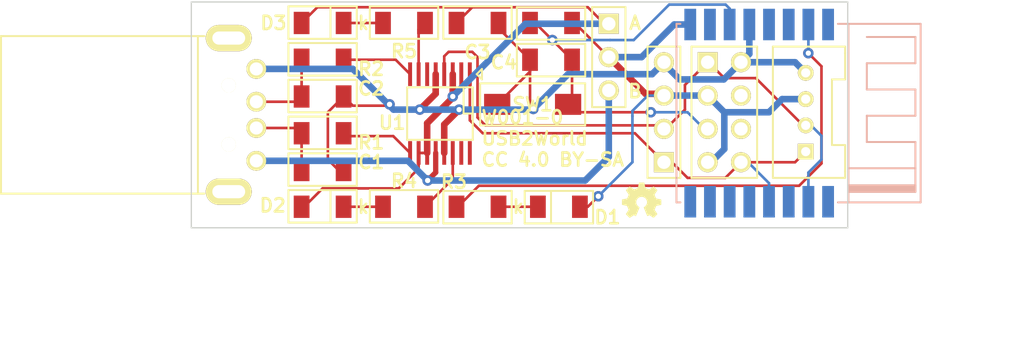
<source format=kicad_pcb>
(kicad_pcb (version 3) (host pcbnew "(2013-07-07 BZR 4022)-stable")

  (general
    (links 50)
    (no_connects 0)
    (area 113.224999 86.655226 195.399999 117.7)
    (thickness 1.6)
    (drawings 9)
    (tracks 176)
    (zones 0)
    (modules 22)
    (nets 18)
  )

  (page A4)
  (title_block 
    (title "W001-0 Dongle USB2World")
    (rev 0)
    (company "Marco Giammarini")
    (comment 1 http://www.warcomeb.it)
  )

  (layers
    (15 Rame.Fronte signal)
    (0 Rame.Retro signal)
    (16 Adesivo.Retro user)
    (17 Adesivo.Fronte user)
    (18 Pasta.Retro user)
    (19 Pasta.Fronte user)
    (20 Serigrafia.Retro user)
    (21 Serigrafia.Fronte user)
    (22 Maschera.Retro user)
    (23 Maschera.Fronte user)
    (24 Grafica user)
    (25 Commenti user)
    (26 Eco1 user)
    (27 Eco2 user)
    (28 Contorno.scheda user)
  )

  (setup
    (last_trace_width 0.2)
    (user_trace_width 0.2)
    (user_trace_width 0.3)
    (user_trace_width 0.4)
    (user_trace_width 0.5)
    (user_trace_width 0.75)
    (user_trace_width 1)
    (user_trace_width 1.5)
    (trace_clearance 0.2)
    (zone_clearance 0.508)
    (zone_45_only no)
    (trace_min 0.2)
    (segment_width 0.2)
    (edge_width 0.1)
    (via_size 0.8)
    (via_drill 0.4)
    (via_min_size 0.8)
    (via_min_drill 0.4)
    (uvia_size 0.508)
    (uvia_drill 0.127)
    (uvias_allowed no)
    (uvia_min_size 0.508)
    (uvia_min_drill 0.127)
    (pcb_text_width 0.3)
    (pcb_text_size 1.5 1.5)
    (mod_edge_width 0.15)
    (mod_text_size 1 1)
    (mod_text_width 0.15)
    (pad_size 1.524 1.524)
    (pad_drill 1.016)
    (pad_to_mask_clearance 0)
    (aux_axis_origin 0 0)
    (visible_elements 7FFFFFBF)
    (pcbplotparams
      (layerselection 2097152)
      (usegerberextensions false)
      (excludeedgelayer true)
      (linewidth 0.150000)
      (plotframeref false)
      (viasonmask false)
      (mode 1)
      (useauxorigin false)
      (hpglpennumber 1)
      (hpglpenspeed 20)
      (hpglpendiameter 15)
      (hpglpenoverlay 2)
      (psnegative false)
      (psa4output false)
      (plotreference true)
      (plotvalue true)
      (plotothertext true)
      (plotinvisibletext false)
      (padsonsilk true)
      (subtractmaskfromsilk false)
      (outputformat 5)
      (mirror false)
      (drillshape 0)
      (scaleselection 1)
      (outputdirectory "D:/Documenti - m.giammarini/Profilo/Desktop/Projects/dongleusb/"))
  )

  (net 0 "")
  (net 1 +3.3V)
  (net 2 +5V)
  (net 3 /LED_COMM)
  (net 4 /RESET)
  (net 5 /UART_RX)
  (net 6 /UART_TX)
  (net 7 /VCC)
  (net 8 GND)
  (net 9 N-0000016)
  (net 10 N-0000017)
  (net 11 N-0000018)
  (net 12 N-0000019)
  (net 13 N-0000021)
  (net 14 N-0000030)
  (net 15 N-0000031)
  (net 16 N-0000032)
  (net 17 N-0000033)

  (net_class Default "Questo è il gruppo di collegamenti predefinito"
    (clearance 0.2)
    (trace_width 0.2)
    (via_dia 0.8)
    (via_drill 0.4)
    (uvia_dia 0.508)
    (uvia_drill 0.127)
    (add_net "")
    (add_net +3.3V)
    (add_net +5V)
    (add_net /LED_COMM)
    (add_net /RESET)
    (add_net /UART_RX)
    (add_net /UART_TX)
    (add_net /VCC)
    (add_net GND)
    (add_net N-0000016)
    (add_net N-0000017)
    (add_net N-0000018)
    (add_net N-0000019)
    (add_net N-0000021)
    (add_net N-0000030)
    (add_net N-0000031)
    (add_net N-0000032)
    (add_net N-0000033)
  )

  (module W-PASSIVE-1206 (layer Rame.Fronte) (tedit 550B4EC2) (tstamp 55097740)
    (at 149.8 90)
    (descr "SMD 1206")
    (tags "1206 SM1206")
    (path /550188B1)
    (fp_text reference C3 (at 0 2.2225) (layer Serigrafia.Fronte)
      (effects (font (size 1.00076 1.00076) (thickness 0.20066)))
    )
    (fp_text value 100n (at 0 0) (layer Serigrafia.Fronte) hide
      (effects (font (size 1.00076 1.00076) (thickness 0.20066)))
    )
    (fp_line (start -2.6035 -1.27) (end 2.6035 -1.27) (layer Serigrafia.Fronte) (width 0.14986))
    (fp_line (start 2.6035 -1.27) (end 2.6035 1.2065) (layer Serigrafia.Fronte) (width 0.14986))
    (fp_line (start 2.6035 1.2065) (end -2.6035 1.2065) (layer Serigrafia.Fronte) (width 0.14986))
    (fp_line (start -2.6035 1.2065) (end -2.6035 -1.27) (layer Serigrafia.Fronte) (width 0.14986))
    (pad 1 smd rect (at -1.6 0) (size 1.2 1.7)
      (layers Rame.Fronte Pasta.Fronte Maschera.Fronte)
      (net 1 +3.3V)
    )
    (pad 2 smd rect (at 1.6 0) (size 1.2 1.7)
      (layers Rame.Fronte Pasta.Fronte Maschera.Fronte)
      (net 8 GND)
    )
  )

  (module W-PASSIVE-1206 (layer Rame.Fronte) (tedit 550B4ED0) (tstamp 5509774A)
    (at 144.2 104)
    (descr "SMD 1206")
    (tags "1206 SM1206")
    (path /55018AA6)
    (fp_text reference R4 (at 0 -1.9685) (layer Serigrafia.Fronte)
      (effects (font (size 1.00076 1.00076) (thickness 0.20066)))
    )
    (fp_text value 270 (at 0 0) (layer Serigrafia.Fronte) hide
      (effects (font (size 1.00076 1.00076) (thickness 0.20066)))
    )
    (fp_line (start -2.6035 -1.27) (end 2.6035 -1.27) (layer Serigrafia.Fronte) (width 0.14986))
    (fp_line (start 2.6035 -1.27) (end 2.6035 1.2065) (layer Serigrafia.Fronte) (width 0.14986))
    (fp_line (start 2.6035 1.2065) (end -2.6035 1.2065) (layer Serigrafia.Fronte) (width 0.14986))
    (fp_line (start -2.6035 1.2065) (end -2.6035 -1.27) (layer Serigrafia.Fronte) (width 0.14986))
    (pad 1 smd rect (at -1.6 0) (size 1.2 1.7)
      (layers Rame.Fronte Pasta.Fronte Maschera.Fronte)
      (net 12 N-0000019)
    )
    (pad 2 smd rect (at 1.6 0) (size 1.2 1.7)
      (layers Rame.Fronte Pasta.Fronte Maschera.Fronte)
      (net 11 N-0000018)
    )
  )

  (module W-PASSIVE-1206 (layer Rame.Fronte) (tedit 550B4EBA) (tstamp 55097754)
    (at 144.2 90)
    (descr "SMD 1206")
    (tags "1206 SM1206")
    (path /55018AB5)
    (fp_text reference R5 (at 0 2.159) (layer Serigrafia.Fronte)
      (effects (font (size 1.00076 1.00076) (thickness 0.20066)))
    )
    (fp_text value 270 (at 0 0) (layer Serigrafia.Fronte) hide
      (effects (font (size 1.00076 1.00076) (thickness 0.20066)))
    )
    (fp_line (start -2.6035 -1.27) (end 2.6035 -1.27) (layer Serigrafia.Fronte) (width 0.14986))
    (fp_line (start 2.6035 -1.27) (end 2.6035 1.2065) (layer Serigrafia.Fronte) (width 0.14986))
    (fp_line (start 2.6035 1.2065) (end -2.6035 1.2065) (layer Serigrafia.Fronte) (width 0.14986))
    (fp_line (start -2.6035 1.2065) (end -2.6035 -1.27) (layer Serigrafia.Fronte) (width 0.14986))
    (pad 1 smd rect (at -1.6 0) (size 1.2 1.7)
      (layers Rame.Fronte Pasta.Fronte Maschera.Fronte)
      (net 13 N-0000021)
    )
    (pad 2 smd rect (at 1.6 0) (size 1.2 1.7)
      (layers Rame.Fronte Pasta.Fronte Maschera.Fronte)
      (net 10 N-0000017)
    )
  )

  (module W-PASSIVE-1206 (layer Rame.Fronte) (tedit 5511E712) (tstamp 5509775E)
    (at 138 98.4)
    (descr "SMD 1206")
    (tags "1206 SM1206")
    (path /55018B6B)
    (fp_text reference R1 (at 3.7 0.7) (layer Serigrafia.Fronte)
      (effects (font (size 1.00076 1.00076) (thickness 0.20066)))
    )
    (fp_text value 27 (at 0 0) (layer Serigrafia.Fronte) hide
      (effects (font (size 1.00076 1.00076) (thickness 0.20066)))
    )
    (fp_line (start -2.6035 -1.27) (end 2.6035 -1.27) (layer Serigrafia.Fronte) (width 0.14986))
    (fp_line (start 2.6035 -1.27) (end 2.6035 1.2065) (layer Serigrafia.Fronte) (width 0.14986))
    (fp_line (start 2.6035 1.2065) (end -2.6035 1.2065) (layer Serigrafia.Fronte) (width 0.14986))
    (fp_line (start -2.6035 1.2065) (end -2.6035 -1.27) (layer Serigrafia.Fronte) (width 0.14986))
    (pad 1 smd rect (at -1.6 0) (size 1.2 1.7)
      (layers Rame.Fronte Pasta.Fronte Maschera.Fronte)
      (net 17 N-0000033)
    )
    (pad 2 smd rect (at 1.6 0) (size 1.2 1.7)
      (layers Rame.Fronte Pasta.Fronte Maschera.Fronte)
      (net 15 N-0000031)
    )
  )

  (module W-PASSIVE-1206 (layer Rame.Fronte) (tedit 5511E73F) (tstamp 55097768)
    (at 138 92.8)
    (descr "SMD 1206")
    (tags "1206 SM1206")
    (path /55018B7A)
    (fp_text reference R2 (at 3.7 0.7) (layer Serigrafia.Fronte)
      (effects (font (size 1.00076 1.00076) (thickness 0.20066)))
    )
    (fp_text value 27 (at 0 0) (layer Serigrafia.Fronte) hide
      (effects (font (size 1.00076 1.00076) (thickness 0.20066)))
    )
    (fp_line (start -2.6035 -1.27) (end 2.6035 -1.27) (layer Serigrafia.Fronte) (width 0.14986))
    (fp_line (start 2.6035 -1.27) (end 2.6035 1.2065) (layer Serigrafia.Fronte) (width 0.14986))
    (fp_line (start 2.6035 1.2065) (end -2.6035 1.2065) (layer Serigrafia.Fronte) (width 0.14986))
    (fp_line (start -2.6035 1.2065) (end -2.6035 -1.27) (layer Serigrafia.Fronte) (width 0.14986))
    (pad 1 smd rect (at -1.6 0) (size 1.2 1.7)
      (layers Rame.Fronte Pasta.Fronte Maschera.Fronte)
      (net 14 N-0000030)
    )
    (pad 2 smd rect (at 1.6 0) (size 1.2 1.7)
      (layers Rame.Fronte Pasta.Fronte Maschera.Fronte)
      (net 16 N-0000032)
    )
  )

  (module W-PASSIVE-1206 (layer Rame.Fronte) (tedit 5511E70C) (tstamp 55097772)
    (at 138 101.2)
    (descr "SMD 1206")
    (tags "1206 SM1206")
    (path /55018C69)
    (fp_text reference C1 (at 3.7 -0.6) (layer Serigrafia.Fronte)
      (effects (font (size 1.00076 1.00076) (thickness 0.20066)))
    )
    (fp_text value 47p (at 0 0) (layer Serigrafia.Fronte) hide
      (effects (font (size 1.00076 1.00076) (thickness 0.20066)))
    )
    (fp_line (start -2.6035 -1.27) (end 2.6035 -1.27) (layer Serigrafia.Fronte) (width 0.14986))
    (fp_line (start 2.6035 -1.27) (end 2.6035 1.2065) (layer Serigrafia.Fronte) (width 0.14986))
    (fp_line (start 2.6035 1.2065) (end -2.6035 1.2065) (layer Serigrafia.Fronte) (width 0.14986))
    (fp_line (start -2.6035 1.2065) (end -2.6035 -1.27) (layer Serigrafia.Fronte) (width 0.14986))
    (pad 1 smd rect (at -1.6 0) (size 1.2 1.7)
      (layers Rame.Fronte Pasta.Fronte Maschera.Fronte)
      (net 17 N-0000033)
    )
    (pad 2 smd rect (at 1.6 0) (size 1.2 1.7)
      (layers Rame.Fronte Pasta.Fronte Maschera.Fronte)
      (net 8 GND)
    )
  )

  (module W-PASSIVE-1206 (layer Rame.Fronte) (tedit 5511E739) (tstamp 5509777C)
    (at 138 95.6)
    (descr "SMD 1206")
    (tags "1206 SM1206")
    (path /55018C6F)
    (fp_text reference C2 (at 3.7 -0.6) (layer Serigrafia.Fronte)
      (effects (font (size 1.00076 1.00076) (thickness 0.20066)))
    )
    (fp_text value 47p (at 0 0) (layer Serigrafia.Fronte) hide
      (effects (font (size 1.00076 1.00076) (thickness 0.20066)))
    )
    (fp_line (start -2.6035 -1.27) (end 2.6035 -1.27) (layer Serigrafia.Fronte) (width 0.14986))
    (fp_line (start 2.6035 -1.27) (end 2.6035 1.2065) (layer Serigrafia.Fronte) (width 0.14986))
    (fp_line (start 2.6035 1.2065) (end -2.6035 1.2065) (layer Serigrafia.Fronte) (width 0.14986))
    (fp_line (start -2.6035 1.2065) (end -2.6035 -1.27) (layer Serigrafia.Fronte) (width 0.14986))
    (pad 1 smd rect (at -1.6 0) (size 1.2 1.7)
      (layers Rame.Fronte Pasta.Fronte Maschera.Fronte)
      (net 14 N-0000030)
    )
    (pad 2 smd rect (at 1.6 0) (size 1.2 1.7)
      (layers Rame.Fronte Pasta.Fronte Maschera.Fronte)
      (net 8 GND)
    )
  )

  (module W-PASSIVE-1206 (layer Rame.Fronte) (tedit 5511E7B8) (tstamp 55097786)
    (at 155.4 90 180)
    (descr "SMD 1206")
    (tags "1206 SM1206")
    (path /5509771B)
    (fp_text reference R6 (at -8.2 0.6 180) (layer Serigrafia.Fronte) hide
      (effects (font (size 1.00076 1.00076) (thickness 0.20066)))
    )
    (fp_text value 270 (at 0 0 180) (layer Serigrafia.Fronte) hide
      (effects (font (size 1.00076 1.00076) (thickness 0.20066)))
    )
    (fp_line (start -2.6035 -1.27) (end 2.6035 -1.27) (layer Serigrafia.Fronte) (width 0.14986))
    (fp_line (start 2.6035 -1.27) (end 2.6035 1.2065) (layer Serigrafia.Fronte) (width 0.14986))
    (fp_line (start 2.6035 1.2065) (end -2.6035 1.2065) (layer Serigrafia.Fronte) (width 0.14986))
    (fp_line (start -2.6035 1.2065) (end -2.6035 -1.27) (layer Serigrafia.Fronte) (width 0.14986))
    (pad 1 smd rect (at -1.6 0 180) (size 1.2 1.7)
      (layers Rame.Fronte Pasta.Fronte Maschera.Fronte)
      (net 7 /VCC)
    )
    (pad 2 smd rect (at 1.6 0 180) (size 1.2 1.7)
      (layers Rame.Fronte Pasta.Fronte Maschera.Fronte)
      (net 4 /RESET)
    )
  )

  (module W-PASSIVE-1206 (layer Rame.Fronte) (tedit 55100D0F) (tstamp 55097790)
    (at 155.4 92.8 180)
    (descr "SMD 1206")
    (tags "1206 SM1206")
    (path /550976BD)
    (fp_text reference C4 (at 3.6 -0.2 180) (layer Serigrafia.Fronte)
      (effects (font (size 1.00076 1.00076) (thickness 0.20066)))
    )
    (fp_text value 100n (at 0 0 180) (layer Serigrafia.Fronte) hide
      (effects (font (size 1.00076 1.00076) (thickness 0.20066)))
    )
    (fp_line (start -2.6035 -1.27) (end 2.6035 -1.27) (layer Serigrafia.Fronte) (width 0.14986))
    (fp_line (start 2.6035 -1.27) (end 2.6035 1.2065) (layer Serigrafia.Fronte) (width 0.14986))
    (fp_line (start 2.6035 1.2065) (end -2.6035 1.2065) (layer Serigrafia.Fronte) (width 0.14986))
    (fp_line (start -2.6035 1.2065) (end -2.6035 -1.27) (layer Serigrafia.Fronte) (width 0.14986))
    (pad 1 smd rect (at -1.6 0 180) (size 1.2 1.7)
      (layers Rame.Fronte Pasta.Fronte Maschera.Fronte)
      (net 4 /RESET)
    )
    (pad 2 smd rect (at 1.6 0 180) (size 1.2 1.7)
      (layers Rame.Fronte Pasta.Fronte Maschera.Fronte)
      (net 8 GND)
    )
  )

  (module W-PASSIVE-1206 (layer Rame.Fronte) (tedit 5511E7DF) (tstamp 5509779A)
    (at 149.8 104 180)
    (descr "SMD 1206")
    (tags "1206 SM1206")
    (path /5509765B)
    (fp_text reference R3 (at 1.8 1.9 180) (layer Serigrafia.Fronte)
      (effects (font (size 1.00076 1.00076) (thickness 0.20066)))
    )
    (fp_text value 270 (at 0 0 180) (layer Serigrafia.Fronte) hide
      (effects (font (size 1.00076 1.00076) (thickness 0.20066)))
    )
    (fp_line (start -2.6035 -1.27) (end 2.6035 -1.27) (layer Serigrafia.Fronte) (width 0.14986))
    (fp_line (start 2.6035 -1.27) (end 2.6035 1.2065) (layer Serigrafia.Fronte) (width 0.14986))
    (fp_line (start 2.6035 1.2065) (end -2.6035 1.2065) (layer Serigrafia.Fronte) (width 0.14986))
    (fp_line (start -2.6035 1.2065) (end -2.6035 -1.27) (layer Serigrafia.Fronte) (width 0.14986))
    (pad 1 smd rect (at -1.6 0 180) (size 1.2 1.7)
      (layers Rame.Fronte Pasta.Fronte Maschera.Fronte)
      (net 9 N-0000016)
    )
    (pad 2 smd rect (at 1.6 0 180) (size 1.2 1.7)
      (layers Rame.Fronte Pasta.Fronte Maschera.Fronte)
      (net 3 /LED_COMM)
    )
  )

  (module W-CONN-4x1-JST (layer Rame.Fronte) (tedit 5511E6EA) (tstamp 550977AC)
    (at 174.8 96.8 90)
    (path /55018E18)
    (fp_text reference P7 (at 0 -3.5 90) (layer Serigrafia.Fronte) hide
      (effects (font (size 1 1) (thickness 0.2)))
    )
    (fp_text value UART_GROVE (at 0 4 90) (layer Serigrafia.Fronte) hide
      (effects (font (size 1 1) (thickness 0.2)))
    )
    (fp_line (start 2.5 2) (end 2.5 3) (layer Serigrafia.Fronte) (width 0.14986))
    (fp_line (start -2.5 3) (end -2.5 2) (layer Serigrafia.Fronte) (width 0.14986))
    (fp_line (start 4.5 3) (end 5 3) (layer Serigrafia.Fronte) (width 0.14986))
    (fp_line (start -5 3) (end -4.5 3) (layer Serigrafia.Fronte) (width 0.14986))
    (fp_line (start -5 -2.5) (end 5 -2.5) (layer Serigrafia.Fronte) (width 0.14986))
    (fp_line (start -5 -2.5) (end -5 3) (layer Serigrafia.Fronte) (width 0.14986))
    (fp_line (start 5 -2.5) (end 5 3) (layer Serigrafia.Fronte) (width 0.14986))
    (fp_line (start -2.5 2) (end 2.5 2) (layer Serigrafia.Fronte) (width 0.14986))
    (fp_line (start 4.5 3) (end 2.5 3) (layer Serigrafia.Fronte) (width 0.14986))
    (fp_line (start -4.5 3) (end -2.5 3) (layer Serigrafia.Fronte) (width 0.14986))
    (pad 1 thru_hole rect (at -3 0 90) (size 1.2 1.2) (drill 0.7)
      (layers *.Cu *.Mask Serigrafia.Fronte)
      (net 5 /UART_RX)
    )
    (pad 2 thru_hole circle (at -1 0 90) (size 1.2 1.2) (drill 0.7)
      (layers *.Cu *.Mask Serigrafia.Fronte)
      (net 6 /UART_TX)
    )
    (pad 3 thru_hole circle (at 1 0 90) (size 1.2 1.2) (drill 0.7)
      (layers *.Cu *.Mask Serigrafia.Fronte)
      (net 7 /VCC)
    )
    (pad 4 thru_hole circle (at 3 0 90) (size 1.2 1.2) (drill 0.7)
      (layers *.Cu *.Mask Serigrafia.Fronte)
      (net 8 GND)
    )
  )

  (module W-IC-HM11 (layer Rame.Retro) (tedit 5511E780) (tstamp 55098158)
    (at 174.255 96.867 90)
    (descr "HM11 BLE HM-11")
    (tags "HM-11 BLE HM11")
    (path /55097290)
    (fp_text reference U2 (at 0 0 90) (layer Serigrafia.Retro) hide
      (effects (font (size 1 1) (thickness 0.2)) (justify mirror))
    )
    (fp_text value HM-11 (at 0 0 90) (layer Serigrafia.Retro) hide
      (effects (font (size 1 1) (thickness 0.2)) (justify mirror))
    )
    (fp_line (start -5.5 8.9) (end -5.5 3.8) (layer Serigrafia.Retro) (width 0.15))
    (fp_line (start -5.9 3.8) (end -5.9 8.9) (layer Serigrafia.Retro) (width 0.15))
    (fp_line (start -5.8 8.9) (end -5.8 3.8) (layer Serigrafia.Retro) (width 0.15))
    (fp_line (start -5.7 3.8) (end -5.7 8.9) (layer Serigrafia.Retro) (width 0.15))
    (fp_line (start -5.6 8.9) (end -5.6 3.8) (layer Serigrafia.Retro) (width 0.15))
    (fp_line (start -4.2 8.9) (end -4.2 3.8) (layer Serigrafia.Retro) (width 0.15))
    (fp_line (start -6 3.8) (end -6 8.9) (layer Serigrafia.Retro) (width 0.15))
    (fp_line (start -6 8.9) (end -2.2 8.9) (layer Serigrafia.Retro) (width 0.15))
    (fp_line (start -2.2 8.9) (end -2.2 5.2) (layer Serigrafia.Retro) (width 0.15))
    (fp_line (start -2.2 5.2) (end -0.2 5.2) (layer Serigrafia.Retro) (width 0.15))
    (fp_line (start -0.2 5.2) (end -0.2 8.9) (layer Serigrafia.Retro) (width 0.15))
    (fp_line (start -0.2 8.9) (end 1.8 8.9) (layer Serigrafia.Retro) (width 0.15))
    (fp_line (start 1.8 8.9) (end 1.8 5.2) (layer Serigrafia.Retro) (width 0.15))
    (fp_line (start 1.8 5.2) (end 3.8 5.2) (layer Serigrafia.Retro) (width 0.15))
    (fp_line (start 3.8 5.2) (end 3.8 8.9) (layer Serigrafia.Retro) (width 0.15))
    (fp_line (start 3.8 8.9) (end 5.8 8.9) (layer Serigrafia.Retro) (width 0.15))
    (fp_line (start 5.8 8.9) (end 5.8 5.2) (layer Serigrafia.Retro) (width 0.15))
    (fp_line (start -6.8 3.8) (end 6.8 3.8) (layer Serigrafia.Retro) (width 0.15))
    (fp_line (start 6.8 9.3) (end 6.8 3) (layer Serigrafia.Retro) (width 0.15))
    (fp_line (start -6.8 9.3) (end -6.8 3) (layer Serigrafia.Retro) (width 0.15))
    (fp_line (start 6.8 -9.3) (end 6.8 -9) (layer Serigrafia.Retro) (width 0.15))
    (fp_line (start -6.8 -9.3) (end -6.8 -9) (layer Serigrafia.Retro) (width 0.15))
    (fp_line (start 6.8 9.3) (end -6.8 9.3) (layer Serigrafia.Retro) (width 0.15))
    (fp_line (start -6.8 -9.3) (end 6.8 -9.3) (layer Serigrafia.Retro) (width 0.15))
    (pad 8 smd rect (at -6.75 -8.25 90) (size 2.4 0.9)
      (layers Rame.Retro Pasta.Retro Maschera.Retro)
    )
    (pad 7 smd rect (at -6.75 -6.75 90) (size 2.4 0.9)
      (layers Rame.Retro Pasta.Retro Maschera.Retro)
    )
    (pad 6 smd rect (at -6.75 -5.25 90) (size 2.4 0.9)
      (layers Rame.Retro Pasta.Retro Maschera.Retro)
    )
    (pad 5 smd rect (at -6.75 -3.75 90) (size 2.4 0.9)
      (layers Rame.Retro Pasta.Retro Maschera.Retro)
    )
    (pad 4 smd rect (at -6.75 -2.25 90) (size 2.4 0.9)
      (layers Rame.Retro Pasta.Retro Maschera.Retro)
      (net 5 /UART_RX)
    )
    (pad 3 smd rect (at -6.75 -0.75 90) (size 2.4 0.9)
      (layers Rame.Retro Pasta.Retro Maschera.Retro)
    )
    (pad 2 smd rect (at -6.75 0.75 90) (size 2.4 0.9)
      (layers Rame.Retro Pasta.Retro Maschera.Retro)
      (net 6 /UART_TX)
    )
    (pad 1 smd rect (at -6.75 2.25 90) (size 2.4 0.9)
      (layers Rame.Retro Pasta.Retro Maschera.Retro)
    )
    (pad 9 smd rect (at 6.75 -8.25 90) (size 2.4 0.9)
      (layers Rame.Retro Pasta.Retro Maschera.Retro)
      (net 7 /VCC)
    )
    (pad 10 smd rect (at 6.75 -6.75 90) (size 2.4 0.9)
      (layers Rame.Retro Pasta.Retro Maschera.Retro)
    )
    (pad 11 smd rect (at 6.75 -5.25 90) (size 2.4 0.9)
      (layers Rame.Retro Pasta.Retro Maschera.Retro)
      (net 4 /RESET)
    )
    (pad 12 smd rect (at 6.75 -3.75 90) (size 2.4 0.9)
      (layers Rame.Retro Pasta.Retro Maschera.Retro)
      (net 8 GND)
    )
    (pad 13 smd rect (at 6.75 -2.25 90) (size 2.4 0.9)
      (layers Rame.Retro Pasta.Retro Maschera.Retro)
    )
    (pad 14 smd rect (at 6.75 -0.75 90) (size 2.4 0.9)
      (layers Rame.Retro Pasta.Retro Maschera.Retro)
    )
    (pad 15 smd rect (at 6.75 0.75 90) (size 2.4 0.9)
      (layers Rame.Retro Pasta.Retro Maschera.Retro)
      (net 3 /LED_COMM)
    )
    (pad 16 smd rect (at 6.75 2.25 90) (size 2.4 0.9)
      (layers Rame.Retro Pasta.Retro Maschera.Retro)
    )
  )

  (module W-IC-TSSOP-16 (layer Rame.Fronte) (tedit 5511E76D) (tstamp 550A10BB)
    (at 146.939 96.901 180)
    (descr TSSOP-16)
    (tags "TSSOP-16 TSSOP_16 TSSOP16")
    (path /55018876)
    (fp_text reference U1 (at 3.639 -0.699 180) (layer Serigrafia.Fronte)
      (effects (font (size 1.00076 1.00076) (thickness 0.20066)))
    )
    (fp_text value FT230XS (at 5 0.9 180) (layer Serigrafia.Fronte) hide
      (effects (font (size 1.00076 1.00076) (thickness 0.20066)))
    )
    (fp_line (start -3.2 2.6) (end -2.8 3) (layer Serigrafia.Fronte) (width 0.15))
    (fp_line (start -2.8 3) (end -3.2 3.4) (layer Serigrafia.Fronte) (width 0.15))
    (fp_line (start -3.2 3.4) (end -3.2 2.6) (layer Serigrafia.Fronte) (width 0.15))
    (fp_line (start -2.5 0) (end -1.8 0) (layer Serigrafia.Fronte) (width 0.15))
    (fp_line (start -1.8 0) (end -1.8 2) (layer Serigrafia.Fronte) (width 0.15))
    (fp_line (start -2.5 -2) (end 2.5 -2) (layer Serigrafia.Fronte) (width 0.15))
    (fp_line (start 2.5 -2) (end 2.5 2) (layer Serigrafia.Fronte) (width 0.15))
    (fp_line (start 2.5 2) (end -2.5 2) (layer Serigrafia.Fronte) (width 0.15))
    (fp_line (start -2.5 2) (end -2.5 -2) (layer Serigrafia.Fronte) (width 0.15))
    (pad 2 smd rect (at -1.625 3 180) (size 0.29972 1.8)
      (layers Rame.Fronte Pasta.Fronte Maschera.Fronte)
    )
    (pad 3 smd rect (at -0.975 3 180) (size 0.29972 1.8)
      (layers Rame.Fronte Pasta.Fronte Maschera.Fronte)
      (net 1 +3.3V)
    )
    (pad 4 smd rect (at -0.325 3 180) (size 0.29972 1.8)
      (layers Rame.Fronte Pasta.Fronte Maschera.Fronte)
      (net 6 /UART_TX)
    )
    (pad 1 smd rect (at -2.275 3 180) (size 0.29972 1.8)
      (layers Rame.Fronte Pasta.Fronte Maschera.Fronte)
      (net 5 /UART_RX)
    )
    (pad 10 smd rect (at 1.625 -3 180) (size 0.29972 1.8)
      (layers Rame.Fronte Pasta.Fronte Maschera.Fronte)
      (net 1 +3.3V)
    )
    (pad 11 smd rect (at 0.975 -3 180) (size 0.29972 1.8)
      (layers Rame.Fronte Pasta.Fronte Maschera.Fronte)
      (net 1 +3.3V)
    )
    (pad 12 smd rect (at 0.325 -3 180) (size 0.29972 1.8)
      (layers Rame.Fronte Pasta.Fronte Maschera.Fronte)
      (net 2 +5V)
    )
    (pad 9 smd rect (at 2.275 -3 180) (size 0.29972 1.8)
      (layers Rame.Fronte Pasta.Fronte Maschera.Fronte)
      (net 15 N-0000031)
    )
    (pad 7 smd rect (at 1.625 3 180) (size 0.29972 1.8)
      (layers Rame.Fronte Pasta.Fronte Maschera.Fronte)
      (net 10 N-0000017)
    )
    (pad 5 smd rect (at 0.325 3 180) (size 0.29972 1.8)
      (layers Rame.Fronte Pasta.Fronte Maschera.Fronte)
      (net 8 GND)
    )
    (pad 6 smd rect (at 0.975 3 180) (size 0.29972 1.8)
      (layers Rame.Fronte Pasta.Fronte Maschera.Fronte)
    )
    (pad 13 smd rect (at -0.325 -3 180) (size 0.29972 1.8)
      (layers Rame.Fronte Pasta.Fronte Maschera.Fronte)
      (net 8 GND)
    )
    (pad 14 smd rect (at -0.975 -3 180) (size 0.29972 1.8)
      (layers Rame.Fronte Pasta.Fronte Maschera.Fronte)
      (net 11 N-0000018)
    )
    (pad 15 smd rect (at -1.625 -3 180) (size 0.29972 1.8)
      (layers Rame.Fronte Pasta.Fronte Maschera.Fronte)
    )
    (pad 8 smd rect (at 2.275 3 180) (size 0.29972 1.8)
      (layers Rame.Fronte Pasta.Fronte Maschera.Fronte)
      (net 16 N-0000032)
    )
    (pad 16 smd rect (at -2.275 -3 180) (size 0.29972 1.8)
      (layers Rame.Fronte Pasta.Fronte Maschera.Fronte)
    )
    (model walter/smd_dil/tssop-16.wrl
      (at (xyz 0 0 0))
      (scale (xyz 1 1 1))
      (rotate (xyz 0 0 0))
    )
  )

  (module W-LED-1206 (layer Rame.Fronte) (tedit 5511E75D) (tstamp 550ACE40)
    (at 138 104)
    (descr "SMD 1206 LED")
    (tags "1206 SM1206 LED")
    (path /55018AC4)
    (fp_text reference D2 (at -3.8 -0.1) (layer Serigrafia.Fronte)
      (effects (font (size 1.00076 1.00076) (thickness 0.20066)))
    )
    (fp_text value LED (at 0 0) (layer Serigrafia.Fronte) hide
      (effects (font (size 1.00076 1.00076) (thickness 0.20066)))
    )
    (fp_line (start 0.6 -1.2) (end 0.6 1.2) (layer Serigrafia.Fronte) (width 0.15))
    (fp_text user k (at 3.1 0) (layer Serigrafia.Fronte)
      (effects (font (size 1 1) (thickness 0.2)))
    )
    (fp_line (start -2.6035 -1.27) (end 2.6035 -1.27) (layer Serigrafia.Fronte) (width 0.14986))
    (fp_line (start 2.6035 -1.27) (end 2.6035 1.2065) (layer Serigrafia.Fronte) (width 0.14986))
    (fp_line (start 2.6035 1.2065) (end -2.6035 1.2065) (layer Serigrafia.Fronte) (width 0.14986))
    (fp_line (start -2.6035 1.2065) (end -2.6035 -1.27) (layer Serigrafia.Fronte) (width 0.14986))
    (pad 1 smd rect (at -1.6 0) (size 1.2 1.7)
      (layers Rame.Fronte Pasta.Fronte Maschera.Fronte)
      (net 1 +3.3V)
    )
    (pad 2 smd rect (at 1.6 0) (size 1.2 1.7)
      (layers Rame.Fronte Pasta.Fronte Maschera.Fronte)
      (net 12 N-0000019)
    )
  )

  (module W-LED-1206 (layer Rame.Fronte) (tedit 550B5848) (tstamp 550ACE4C)
    (at 138 90)
    (descr "SMD 1206 LED")
    (tags "1206 SM1206 LED")
    (path /55018AD3)
    (fp_text reference D3 (at -3.7465 0) (layer Serigrafia.Fronte)
      (effects (font (size 1.00076 1.00076) (thickness 0.20066)))
    )
    (fp_text value LED (at 0 0) (layer Serigrafia.Fronte) hide
      (effects (font (size 1.00076 1.00076) (thickness 0.20066)))
    )
    (fp_line (start 0.6 -1.2) (end 0.6 1.2) (layer Serigrafia.Fronte) (width 0.15))
    (fp_text user k (at 3.1 0) (layer Serigrafia.Fronte)
      (effects (font (size 1 1) (thickness 0.2)))
    )
    (fp_line (start -2.6035 -1.27) (end 2.6035 -1.27) (layer Serigrafia.Fronte) (width 0.14986))
    (fp_line (start 2.6035 -1.27) (end 2.6035 1.2065) (layer Serigrafia.Fronte) (width 0.14986))
    (fp_line (start 2.6035 1.2065) (end -2.6035 1.2065) (layer Serigrafia.Fronte) (width 0.14986))
    (fp_line (start -2.6035 1.2065) (end -2.6035 -1.27) (layer Serigrafia.Fronte) (width 0.14986))
    (pad 1 smd rect (at -1.6 0) (size 1.2 1.7)
      (layers Rame.Fronte Pasta.Fronte Maschera.Fronte)
      (net 1 +3.3V)
    )
    (pad 2 smd rect (at 1.6 0) (size 1.2 1.7)
      (layers Rame.Fronte Pasta.Fronte Maschera.Fronte)
      (net 13 N-0000021)
    )
  )

  (module W-LED-1206 (layer Rame.Fronte) (tedit 5511E874) (tstamp 550ACE58)
    (at 156 104 180)
    (descr "SMD 1206 LED")
    (tags "1206 SM1206 LED")
    (path /55097661)
    (fp_text reference D1 (at -3.7 -0.8 180) (layer Serigrafia.Fronte)
      (effects (font (size 1.00076 1.00076) (thickness 0.20066)))
    )
    (fp_text value LED (at 0 0 180) (layer Serigrafia.Fronte) hide
      (effects (font (size 1.00076 1.00076) (thickness 0.20066)))
    )
    (fp_line (start 0.6 -1.2) (end 0.6 1.2) (layer Serigrafia.Fronte) (width 0.15))
    (fp_text user k (at 3.1 0 180) (layer Serigrafia.Fronte)
      (effects (font (size 1 1) (thickness 0.2)))
    )
    (fp_line (start -2.6035 -1.27) (end 2.6035 -1.27) (layer Serigrafia.Fronte) (width 0.14986))
    (fp_line (start 2.6035 -1.27) (end 2.6035 1.2065) (layer Serigrafia.Fronte) (width 0.14986))
    (fp_line (start 2.6035 1.2065) (end -2.6035 1.2065) (layer Serigrafia.Fronte) (width 0.14986))
    (fp_line (start -2.6035 1.2065) (end -2.6035 -1.27) (layer Serigrafia.Fronte) (width 0.14986))
    (pad 1 smd rect (at -1.6 0 180) (size 1.2 1.7)
      (layers Rame.Fronte Pasta.Fronte Maschera.Fronte)
      (net 7 /VCC)
    )
    (pad 2 smd rect (at 1.6 0 180) (size 1.2 1.7)
      (layers Rame.Fronte Pasta.Fronte Maschera.Fronte)
      (net 9 N-0000016)
    )
  )

  (module W-CONN-USB-A-MULTICOMP-THT (layer Rame.Fronte) (tedit 5511E74F) (tstamp 550AC6CB)
    (at 123 97)
    (path /5506CD75)
    (fp_text reference P1 (at 7.81 -7.7825) (layer Serigrafia.Fronte) hide
      (effects (font (size 1 1) (thickness 0.2)))
    )
    (fp_text value USB (at 0 0) (layer Serigrafia.Fronte) hide
      (effects (font (size 1 1) (thickness 0.2)))
    )
    (fp_line (start 5.5 -6) (end 5.5 6) (layer Serigrafia.Fronte) (width 0.15))
    (fp_line (start -9.5 6) (end 6 6) (layer Serigrafia.Fronte) (width 0.15))
    (fp_line (start -9.5 -6) (end -9.5 6) (layer Serigrafia.Fronte) (width 0.15))
    (fp_line (start 6 -6) (end -9.5 -6) (layer Serigrafia.Fronte) (width 0.15))
    (pad ~ thru_hole oval (at 7.85 -5.85) (size 3.5 2) (drill oval 2.5 1)
      (layers *.Cu *.Mask Serigrafia.Fronte)
    )
    (pad ~ thru_hole oval (at 7.85 5.85) (size 3.5 2) (drill oval 2.5 1)
      (layers *.Cu *.Mask Serigrafia.Fronte)
    )
    (pad 2 thru_hole circle (at 9.95 1) (size 1.5 1.5) (drill 1)
      (layers *.Cu *.Mask Serigrafia.Fronte)
      (net 17 N-0000033)
    )
    (pad 3 thru_hole circle (at 9.95 -1) (size 1.5 1.5) (drill 1)
      (layers *.Cu *.Mask Serigrafia.Fronte)
      (net 14 N-0000030)
    )
    (pad 4 thru_hole circle (at 9.95 -3.5) (size 1.5 1.5) (drill 1)
      (layers *.Cu *.Mask Serigrafia.Fronte)
      (net 8 GND)
    )
    (pad 1 thru_hole circle (at 9.95 3.5) (size 1.5 1.5) (drill 1)
      (layers *.Cu *.Mask Serigrafia.Fronte)
      (net 2 +5V)
    )
    (pad "" np_thru_hole circle (at 7.85 2.25) (size 1.1 1.1) (drill 1.1)
      (layers *.Cu *.Mask Serigrafia.Fronte)
    )
    (pad "" np_thru_hole circle (at 7.85 -2.25) (size 1.1 1.1) (drill 1.1)
      (layers *.Cu *.Mask Serigrafia.Fronte)
    )
  )

  (module W-SWITCH-EVQPE1 (layer Rame.Fronte) (tedit 55100D04) (tstamp 550C1EA1)
    (at 154 96.2 180)
    (descr "SWITCH EVQPE1 SMD")
    (tags "SWITCH EVQPE1 PANASONIC")
    (path /550B5081)
    (fp_text reference SW1 (at 0 0 180) (layer Serigrafia.Fronte)
      (effects (font (size 1 1) (thickness 0.2)))
    )
    (fp_text value RESET (at 0 3.1 180) (layer Serigrafia.Fronte) hide
      (effects (font (size 1 1) (thickness 0.2)))
    )
    (fp_line (start 4 0) (end 4 -1.6) (layer Serigrafia.Fronte) (width 0.14986))
    (fp_line (start 4 -1.6) (end -4 -1.6) (layer Serigrafia.Fronte) (width 0.14986))
    (fp_line (start -4 -1.6) (end -4 1.6) (layer Serigrafia.Fronte) (width 0.14986))
    (fp_line (start -4 1.6) (end 4 1.6) (layer Serigrafia.Fronte) (width 0.14986))
    (fp_line (start 4 1.6) (end 4 0) (layer Serigrafia.Fronte) (width 0.14986))
    (pad 1 smd rect (at -2.7 0 180) (size 2 1.6)
      (layers Rame.Fronte Pasta.Fronte Maschera.Fronte)
      (net 4 /RESET)
    )
    (pad 2 smd rect (at 2.7 0 180) (size 2 1.6)
      (layers Rame.Fronte Pasta.Fronte Maschera.Fronte)
      (net 8 GND)
    )
  )

  (module W-CONN-3x1-STRIP (layer Rame.Fronte) (tedit 5511E7A8) (tstamp 550C2BAB)
    (at 159.8 92.6 270)
    (descr "STRIP 3X1 CONN")
    (tags "CONN 3x1")
    (path /5506CFC1)
    (fp_text reference JP1 (at -1.8 -4 360) (layer Serigrafia.Fronte) hide
      (effects (font (size 1.016 1.016) (thickness 0.20066)))
    )
    (fp_text value ENABLE_VCC (at 0 2.4003 270) (layer Serigrafia.Fronte) hide
      (effects (font (size 1.016 1.016) (thickness 0.20066)))
    )
    (fp_line (start -3.81 1.27) (end -3.81 -1.27) (layer Serigrafia.Fronte) (width 0.14986))
    (fp_line (start -3.81 -1.27) (end 3.81 -1.27) (layer Serigrafia.Fronte) (width 0.14986))
    (fp_line (start 3.81 -1.27) (end 3.81 1.27) (layer Serigrafia.Fronte) (width 0.14986))
    (fp_line (start 3.81 1.27) (end -3.81 1.27) (layer Serigrafia.Fronte) (width 0.14986))
    (pad 1 thru_hole rect (at -2.54 0 270) (size 1.524 1.524) (drill 1.016)
      (layers *.Cu *.Mask Serigrafia.Fronte)
      (net 1 +3.3V)
    )
    (pad 2 thru_hole circle (at 0 0 270) (size 1.524 1.524) (drill 1.016)
      (layers *.Cu *.Mask Serigrafia.Fronte)
      (net 7 /VCC)
    )
    (pad 3 thru_hole circle (at 2.54 0 270) (size 1.524 1.524) (drill 1.016)
      (layers *.Cu *.Mask Serigrafia.Fronte)
      (net 2 +5V)
    )
    (model pin_array/pins_array_3x1.wrl
      (at (xyz 0 0 0))
      (scale (xyz 1 1 1))
      (rotate (xyz 0 0 0))
    )
  )

  (module W-CONN-4x2-STRIP (layer Rame.Fronte) (tedit 5511E6F3) (tstamp 551015CB)
    (at 168.6 96.8 270)
    (descr "STRIP 4X2 CONN")
    (tags "CONN 4x2")
    (path /550973EC)
    (fp_text reference P5 (at 0 -3.81 270) (layer Serigrafia.Fronte) hide
      (effects (font (size 1.016 1.016) (thickness 0.20066)))
    )
    (fp_text value ESP8266 (at 0 3.81 270) (layer Serigrafia.Fronte) hide
      (effects (font (size 1.016 1.016) (thickness 0.20066)))
    )
    (fp_line (start -5 -2.5) (end 5 -2.5) (layer Serigrafia.Fronte) (width 0.15))
    (fp_line (start 5 -2.5) (end 5 2.5) (layer Serigrafia.Fronte) (width 0.15))
    (fp_line (start 5 2.5) (end -5 2.5) (layer Serigrafia.Fronte) (width 0.15))
    (fp_line (start -5 2.5) (end -5 -2.5) (layer Serigrafia.Fronte) (width 0.15))
    (pad 1 thru_hole rect (at -3.81 1.27 270) (size 1.524 1.524) (drill 1.016)
      (layers *.Cu *.Mask Serigrafia.Fronte)
      (net 6 /UART_TX)
    )
    (pad 3 thru_hole circle (at -1.27 1.27 270) (size 1.524 1.524) (drill 1.016)
      (layers *.Cu *.Mask Serigrafia.Fronte)
      (net 7 /VCC)
    )
    (pad 5 thru_hole circle (at 1.27 1.27 270) (size 1.524 1.524) (drill 1.016)
      (layers *.Cu *.Mask Serigrafia.Fronte)
      (net 4 /RESET)
    )
    (pad 7 thru_hole circle (at 3.81 1.27 270) (size 1.524 1.524) (drill 1.016)
      (layers *.Cu *.Mask Serigrafia.Fronte)
      (net 7 /VCC)
    )
    (pad 2 thru_hole circle (at -3.81 -1.27 270) (size 1.524 1.524) (drill 1.016)
      (layers *.Cu *.Mask Serigrafia.Fronte)
      (net 8 GND)
    )
    (pad 4 thru_hole circle (at -1.27 -1.27 270) (size 1.524 1.524) (drill 1.016)
      (layers *.Cu *.Mask Serigrafia.Fronte)
    )
    (pad 6 thru_hole circle (at 1.27 -1.27 270) (size 1.524 1.524) (drill 1.016)
      (layers *.Cu *.Mask Serigrafia.Fronte)
    )
    (pad 8 thru_hole circle (at 3.81 -1.27 270) (size 1.524 1.524) (drill 1.016)
      (layers *.Cu *.Mask Serigrafia.Fronte)
      (net 5 /UART_RX)
    )
    (model pin_array/pins_array_3x1.wrl
      (at (xyz 0 0 0))
      (scale (xyz 1 1 1))
      (rotate (xyz 0 0 0))
    )
  )

  (module W-CONN-4x1-STRIP (layer Rame.Fronte) (tedit 5511E6E0) (tstamp 551015D7)
    (at 164 96.8 90)
    (descr "STRIP 4X1 CONN")
    (tags "CONN 4x1")
    (path /55018E08)
    (fp_text reference P6 (at -0.8 -2.3 180) (layer Serigrafia.Fronte) hide
      (effects (font (size 1.016 1.016) (thickness 0.20066)))
    )
    (fp_text value UART_TERMINAL (at 0 2.4003 90) (layer Serigrafia.Fronte) hide
      (effects (font (size 1.016 1.016) (thickness 0.20066)))
    )
    (fp_line (start 5 1.25) (end -5 1.25) (layer Serigrafia.Fronte) (width 0.15))
    (fp_line (start -5 -1.25) (end 5 -1.25) (layer Serigrafia.Fronte) (width 0.15))
    (fp_line (start 5 -1.25) (end 5 1.25) (layer Serigrafia.Fronte) (width 0.15))
    (fp_line (start -5 -1.25) (end -5 1.25) (layer Serigrafia.Fronte) (width 0.15))
    (pad 1 thru_hole rect (at -3.81 0 90) (size 1.524 1.524) (drill 1.016)
      (layers *.Cu *.Mask Serigrafia.Fronte)
      (net 5 /UART_RX)
    )
    (pad 2 thru_hole circle (at -1.27 0 90) (size 1.524 1.524) (drill 1.016)
      (layers *.Cu *.Mask Serigrafia.Fronte)
      (net 6 /UART_TX)
    )
    (pad 3 thru_hole circle (at 1.27 0 90) (size 1.524 1.524) (drill 1.016)
      (layers *.Cu *.Mask Serigrafia.Fronte)
      (net 7 /VCC)
    )
    (pad 4 thru_hole circle (at 3.81 0 90) (size 1.524 1.524) (drill 1.016)
      (layers *.Cu *.Mask Serigrafia.Fronte)
      (net 8 GND)
    )
    (model pin_array/pins_array_3x1.wrl
      (at (xyz 0 0 0))
      (scale (xyz 1 1 1))
      (rotate (xyz 0 0 0))
    )
  )

  (module OSHW-logo_silkscreen-front_3mm (layer Rame.Fronte) (tedit 0) (tstamp 55101A82)
    (at 162.3 103.5)
    (fp_text reference G*** (at 0 1.59004) (layer Serigrafia.Fronte) hide
      (effects (font (size 0.13462 0.13462) (thickness 0.0254)))
    )
    (fp_text value OSHW-logo_silkscreen-front_3mm (at 0 -1.59004) (layer Serigrafia.Fronte) hide
      (effects (font (size 0.13462 0.13462) (thickness 0.0254)))
    )
    (fp_poly (pts (xy -0.90932 1.3462) (xy -0.89154 1.33858) (xy -0.85852 1.31572) (xy -0.80772 1.2827)
      (xy -0.7493 1.2446) (xy -0.68834 1.20396) (xy -0.64008 1.17094) (xy -0.60452 1.14808)
      (xy -0.59182 1.14046) (xy -0.5842 1.143) (xy -0.55626 1.15824) (xy -0.51562 1.17856)
      (xy -0.49022 1.19126) (xy -0.45212 1.2065) (xy -0.43434 1.21158) (xy -0.4318 1.2065)
      (xy -0.41656 1.17602) (xy -0.39624 1.12776) (xy -0.3683 1.06172) (xy -0.33528 0.98552)
      (xy -0.29972 0.90424) (xy -0.2667 0.82042) (xy -0.23368 0.74168) (xy -0.2032 0.66802)
      (xy -0.18034 0.6096) (xy -0.1651 0.56896) (xy -0.15748 0.55118) (xy -0.16002 0.54864)
      (xy -0.1778 0.53086) (xy -0.21082 0.50546) (xy -0.28194 0.44704) (xy -0.35306 0.36068)
      (xy -0.39624 0.26162) (xy -0.40894 0.14986) (xy -0.39878 0.04826) (xy -0.35814 -0.04826)
      (xy -0.28956 -0.13716) (xy -0.20574 -0.2032) (xy -0.10922 -0.24384) (xy 0 -0.25654)
      (xy 0.10414 -0.24638) (xy 0.2032 -0.20574) (xy 0.2921 -0.1397) (xy 0.3302 -0.09652)
      (xy 0.381 -0.00508) (xy 0.41148 0.0889) (xy 0.41402 0.11176) (xy 0.40894 0.21844)
      (xy 0.37846 0.32004) (xy 0.32258 0.40894) (xy 0.24638 0.4826) (xy 0.23622 0.49022)
      (xy 0.20066 0.51816) (xy 0.17526 0.53594) (xy 0.15748 0.55118) (xy 0.2921 0.87376)
      (xy 0.31242 0.92456) (xy 0.35052 1.01346) (xy 0.381 1.08966) (xy 0.40894 1.15062)
      (xy 0.42672 1.19126) (xy 0.43434 1.2065) (xy 0.43434 1.2065) (xy 0.44704 1.20904)
      (xy 0.4699 1.20142) (xy 0.51562 1.17856) (xy 0.5461 1.16332) (xy 0.57912 1.14808)
      (xy 0.59436 1.14046) (xy 0.6096 1.14808) (xy 0.64262 1.1684) (xy 0.68834 1.20142)
      (xy 0.74676 1.23952) (xy 0.80264 1.27762) (xy 0.85344 1.31064) (xy 0.889 1.33604)
      (xy 0.90678 1.34366) (xy 0.90932 1.34366) (xy 0.9271 1.33604) (xy 0.95504 1.31064)
      (xy 0.99822 1.27) (xy 1.06172 1.20904) (xy 1.07188 1.19888) (xy 1.12268 1.14808)
      (xy 1.16332 1.10236) (xy 1.19126 1.07188) (xy 1.20142 1.05918) (xy 1.20142 1.05918)
      (xy 1.19126 1.0414) (xy 1.1684 1.0033) (xy 1.13538 0.9525) (xy 1.09474 0.89154)
      (xy 0.98806 0.7366) (xy 1.04648 0.59182) (xy 1.06426 0.5461) (xy 1.08712 0.49022)
      (xy 1.1049 0.45212) (xy 1.11252 0.43434) (xy 1.1303 0.42926) (xy 1.1684 0.4191)
      (xy 1.22682 0.40894) (xy 1.29794 0.39624) (xy 1.36398 0.38354) (xy 1.4224 0.37084)
      (xy 1.46558 0.36322) (xy 1.4859 0.36068) (xy 1.49098 0.3556) (xy 1.49352 0.34798)
      (xy 1.49606 0.32766) (xy 1.4986 0.28956) (xy 1.4986 0.23368) (xy 1.4986 0.14986)
      (xy 1.4986 0.14224) (xy 1.4986 0.0635) (xy 1.49606 0) (xy 1.49352 -0.0381)
      (xy 1.49098 -0.05588) (xy 1.49098 -0.05588) (xy 1.4732 -0.06096) (xy 1.43002 -0.06858)
      (xy 1.3716 -0.08128) (xy 1.30048 -0.09398) (xy 1.2954 -0.09398) (xy 1.22428 -0.10922)
      (xy 1.16586 -0.12192) (xy 1.12268 -0.12954) (xy 1.1049 -0.13716) (xy 1.10236 -0.14224)
      (xy 1.08712 -0.17018) (xy 1.0668 -0.21336) (xy 1.04394 -0.2667) (xy 1.02108 -0.32258)
      (xy 1.00076 -0.37338) (xy 0.98806 -0.40894) (xy 0.98298 -0.42672) (xy 0.98298 -0.42672)
      (xy 0.99314 -0.4445) (xy 1.01854 -0.48006) (xy 1.0541 -0.53086) (xy 1.09474 -0.59182)
      (xy 1.09728 -0.5969) (xy 1.13792 -0.65786) (xy 1.17094 -0.70866) (xy 1.1938 -0.74422)
      (xy 1.20142 -0.75946) (xy 1.20142 -0.762) (xy 1.18872 -0.77978) (xy 1.15824 -0.8128)
      (xy 1.11252 -0.85852) (xy 1.06172 -0.91186) (xy 1.04394 -0.9271) (xy 0.98552 -0.98552)
      (xy 0.94488 -1.02108) (xy 0.91948 -1.0414) (xy 0.90932 -1.04648) (xy 0.90678 -1.04648)
      (xy 0.889 -1.03632) (xy 0.8509 -1.01092) (xy 0.8001 -0.97536) (xy 0.73914 -0.93472)
      (xy 0.7366 -0.93218) (xy 0.67564 -0.89154) (xy 0.62484 -0.85598) (xy 0.58928 -0.83312)
      (xy 0.57404 -0.8255) (xy 0.5715 -0.8255) (xy 0.54864 -0.83058) (xy 0.50546 -0.84582)
      (xy 0.45212 -0.86614) (xy 0.39624 -0.889) (xy 0.34544 -0.90932) (xy 0.30988 -0.9271)
      (xy 0.2921 -0.93726) (xy 0.28956 -0.93726) (xy 0.28448 -0.96012) (xy 0.27432 -1.00584)
      (xy 0.26162 -1.0668) (xy 0.24638 -1.14046) (xy 0.24384 -1.15062) (xy 0.23114 -1.22428)
      (xy 0.22098 -1.2827) (xy 0.21082 -1.32334) (xy 0.20828 -1.34112) (xy 0.19812 -1.34112)
      (xy 0.16256 -1.34366) (xy 0.10922 -1.3462) (xy 0.04318 -1.3462) (xy -0.02286 -1.3462)
      (xy -0.0889 -1.3462) (xy -0.14478 -1.34366) (xy -0.18542 -1.34112) (xy -0.2032 -1.33604)
      (xy -0.2032 -1.33604) (xy -0.20828 -1.31318) (xy -0.21844 -1.27) (xy -0.23114 -1.2065)
      (xy -0.24638 -1.13284) (xy -0.24892 -1.12014) (xy -0.26162 -1.04902) (xy -0.27432 -0.9906)
      (xy -0.28194 -0.94996) (xy -0.28702 -0.93472) (xy -0.2921 -0.93218) (xy -0.32258 -0.91694)
      (xy -0.37084 -0.89916) (xy -0.42926 -0.87376) (xy -0.56642 -0.81788) (xy -0.73406 -0.93472)
      (xy -0.7493 -0.94488) (xy -0.81026 -0.98552) (xy -0.86106 -1.01854) (xy -0.89662 -1.0414)
      (xy -0.90932 -1.04902) (xy -0.91186 -1.04902) (xy -0.9271 -1.03378) (xy -0.96012 -1.0033)
      (xy -1.00584 -0.95758) (xy -1.05918 -0.90678) (xy -1.09982 -0.86614) (xy -1.14554 -0.82042)
      (xy -1.17348 -0.7874) (xy -1.19126 -0.76708) (xy -1.19634 -0.75438) (xy -1.1938 -0.74676)
      (xy -1.18364 -0.72898) (xy -1.15824 -0.69342) (xy -1.12522 -0.64008) (xy -1.08458 -0.58166)
      (xy -1.04902 -0.53086) (xy -1.01346 -0.47498) (xy -0.9906 -0.43434) (xy -0.98044 -0.41656)
      (xy -0.98298 -0.4064) (xy -0.99568 -0.37338) (xy -1.016 -0.32512) (xy -1.0414 -0.26416)
      (xy -1.09982 -0.13208) (xy -1.18618 -0.1143) (xy -1.23952 -0.10414) (xy -1.31318 -0.09144)
      (xy -1.3843 -0.0762) (xy -1.49606 -0.05588) (xy -1.4986 0.34798) (xy -1.48082 0.3556)
      (xy -1.46558 0.36068) (xy -1.42494 0.37084) (xy -1.36652 0.381) (xy -1.29794 0.3937)
      (xy -1.23698 0.4064) (xy -1.17856 0.41656) (xy -1.13538 0.42418) (xy -1.1176 0.42926)
      (xy -1.11252 0.43434) (xy -1.09728 0.46482) (xy -1.07696 0.51054) (xy -1.0541 0.56388)
      (xy -1.0287 0.6223) (xy -1.00838 0.6731) (xy -0.99314 0.71374) (xy -0.98806 0.73406)
      (xy -0.99568 0.7493) (xy -1.01854 0.78486) (xy -1.05156 0.83566) (xy -1.0922 0.89408)
      (xy -1.13284 0.9525) (xy -1.16586 1.0033) (xy -1.19126 1.03886) (xy -1.19888 1.05664)
      (xy -1.1938 1.0668) (xy -1.17094 1.09474) (xy -1.12776 1.14046) (xy -1.06172 1.2065)
      (xy -1.04902 1.21666) (xy -0.99822 1.26746) (xy -0.9525 1.3081) (xy -0.92202 1.33604)
      (xy -0.90932 1.3462)) (layer Serigrafia.Fronte) (width 0.00254))
  )

  (gr_text "W001-0\nUSB2World\nCC 4.0 BY-SA" (at 150 98.8) (layer Serigrafia.Fronte)
    (effects (font (size 1 1) (thickness 0.2)) (justify left))
  )
  (dimension 17.2 (width 0.3) (layer Commenti)
    (gr_text "17,200 mm" (at 188.749999 97 270) (layer Commenti)
      (effects (font (size 1.5 1.5) (thickness 0.3)))
    )
    (feature1 (pts (xy 178 105.6) (xy 190.099999 105.6)))
    (feature2 (pts (xy 178 88.4) (xy 190.099999 88.4)))
    (crossbar (pts (xy 187.399999 88.4) (xy 187.399999 105.6)))
    (arrow1a (pts (xy 187.399999 105.6) (xy 186.813579 104.473497)))
    (arrow1b (pts (xy 187.399999 105.6) (xy 187.986419 104.473497)))
    (arrow2a (pts (xy 187.399999 88.4) (xy 186.813579 89.526503)))
    (arrow2b (pts (xy 187.399999 88.4) (xy 187.986419 89.526503)))
  )
  (gr_line (start 178 88.4) (end 178 105.6) (angle 90) (layer Contorno.scheda) (width 0.1))
  (gr_line (start 128 88.4) (end 128 105.6) (angle 90) (layer Contorno.scheda) (width 0.1))
  (gr_line (start 128 105.6) (end 178 105.6) (angle 90) (layer Contorno.scheda) (width 0.1))
  (gr_line (start 128 88.4) (end 178 88.4) (angle 90) (layer Contorno.scheda) (width 0.1))
  (gr_text B (at 161.8 95.2) (layer Serigrafia.Fronte)
    (effects (font (size 1 1) (thickness 0.2)))
  )
  (gr_text A (at 161.8 90) (layer Serigrafia.Fronte)
    (effects (font (size 1 1) (thickness 0.2)))
  )
  (dimension 50 (width 0.3) (layer Commenti)
    (gr_text "50,000 mm" (at 153 116.349999) (layer Commenti)
      (effects (font (size 1.5 1.5) (thickness 0.3)))
    )
    (feature1 (pts (xy 178 107) (xy 178 117.699999)))
    (feature2 (pts (xy 128 107) (xy 128 117.699999)))
    (crossbar (pts (xy 128 114.999999) (xy 178 114.999999)))
    (arrow1a (pts (xy 178 114.999999) (xy 176.873497 115.586419)))
    (arrow1b (pts (xy 178 114.999999) (xy 176.873497 114.413579)))
    (arrow2a (pts (xy 128 114.999999) (xy 129.126503 115.586419)))
    (arrow2b (pts (xy 128 114.999999) (xy 129.126503 114.413579)))
  )

  (via (at 147.914 95.6) (size 0.8) (layers Rame.Fronte Rame.Retro) (net 1))
  (segment (start 159.8 90.06) (end 153.454 90.06) (width 0.5) (layer Rame.Retro) (net 1) (tstamp 5511E27C))
  (segment (start 153.454 90.06) (end 147.914 95.6) (width 0.5) (layer Rame.Retro) (net 1) (tstamp 5511E27B))
  (segment (start 147.914 93.901) (end 147.914 95.6) (width 0.5) (layer Rame.Fronte) (net 1))
  (segment (start 147.914 95.6) (end 147.914 95.686) (width 0.5) (layer Rame.Fronte) (net 1) (tstamp 5511E278))
  (segment (start 147.914 95.686) (end 145.964 97.636) (width 0.5) (layer Rame.Fronte) (net 1) (tstamp 5511E130))
  (segment (start 145.964 97.636) (end 145.964 99.901) (width 0.5) (layer Rame.Fronte) (net 1) (tstamp 5511E134))
  (segment (start 149.6 88.8) (end 137.6 88.8) (width 0.2) (layer Rame.Fronte) (net 1))
  (segment (start 137.6 88.8) (end 136.4 90) (width 0.2) (layer Rame.Fronte) (net 1) (tstamp 5511DFE2))
  (segment (start 159.8 90.06) (end 159.46 90.06) (width 0.2) (layer Rame.Fronte) (net 1))
  (segment (start 149.4 88.8) (end 148.2 90) (width 0.2) (layer Rame.Fronte) (net 1) (tstamp 5511DFD5))
  (segment (start 158.2 88.8) (end 149.6 88.8) (width 0.2) (layer Rame.Fronte) (net 1) (tstamp 5511DFD2))
  (segment (start 149.6 88.8) (end 149.4 88.8) (width 0.2) (layer Rame.Fronte) (net 1) (tstamp 5511DFE0))
  (segment (start 159.46 90.06) (end 158.2 88.8) (width 0.2) (layer Rame.Fronte) (net 1) (tstamp 5511DFD1))
  (segment (start 136.4 104) (end 136.6 104) (width 0.2) (layer Rame.Fronte) (net 1))
  (segment (start 145.314 101.086) (end 145.314 99.901) (width 0.2) (layer Rame.Fronte) (net 1) (tstamp 5511DE7E))
  (segment (start 143.8 102.6) (end 145.314 101.086) (width 0.2) (layer Rame.Fronte) (net 1) (tstamp 5511DE79))
  (segment (start 138 102.6) (end 143.8 102.6) (width 0.2) (layer Rame.Fronte) (net 1) (tstamp 5511DE74))
  (segment (start 136.6 104) (end 138 102.6) (width 0.2) (layer Rame.Fronte) (net 1) (tstamp 5511DE71))
  (segment (start 145.964 99.901) (end 145.6 99.901) (width 0.2) (layer Rame.Fronte) (net 1))
  (segment (start 145.6 99.901) (end 145.314 99.901) (width 0.2) (layer Rame.Fronte) (net 1) (tstamp 550C2C1A))
  (segment (start 159.8 95.14) (end 159.8 100.2) (width 0.5) (layer Rame.Retro) (net 2))
  (segment (start 159.8 100.2) (end 158 102) (width 0.5) (layer Rame.Retro) (net 2) (tstamp 5511DEED))
  (segment (start 158 102) (end 146 102) (width 0.5) (layer Rame.Retro) (net 2) (tstamp 5511DEF2))
  (segment (start 132.95 100.5) (end 144.5 100.5) (width 0.5) (layer Rame.Retro) (net 2))
  (segment (start 144.5 100.5) (end 146 102) (width 0.5) (layer Rame.Retro) (net 2) (tstamp 5511DEBA))
  (segment (start 146.614 101.386) (end 146.614 99.901) (width 0.4) (layer Rame.Fronte) (net 2) (tstamp 5511DEC9))
  (segment (start 146 102) (end 146.614 101.386) (width 0.4) (layer Rame.Fronte) (net 2) (tstamp 5511DEC8))
  (via (at 146 102) (size 0.8) (layers Rame.Fronte Rame.Retro) (net 2))
  (segment (start 148.2 104) (end 148.3 104) (width 0.2) (layer Rame.Fronte) (net 3))
  (segment (start 175.005 92.295) (end 175.005 90.117) (width 0.2) (layer Rame.Retro) (net 3) (tstamp 5511E5D1))
  (segment (start 175 92.3) (end 175.005 92.295) (width 0.2) (layer Rame.Retro) (net 3) (tstamp 5511E5D0))
  (via (at 175 92.3) (size 0.8) (layers Rame.Fronte Rame.Retro) (net 3))
  (segment (start 176 93.3) (end 175 92.3) (width 0.2) (layer Rame.Fronte) (net 3) (tstamp 5511E5C9))
  (segment (start 176 100.7) (end 176 93.3) (width 0.2) (layer Rame.Fronte) (net 3) (tstamp 5511E5C2))
  (segment (start 174.3 102.4) (end 176 100.7) (width 0.2) (layer Rame.Fronte) (net 3) (tstamp 5511E5BD))
  (segment (start 149.9 102.4) (end 174.3 102.4) (width 0.2) (layer Rame.Fronte) (net 3) (tstamp 5511E5B8))
  (segment (start 148.3 104) (end 149.9 102.4) (width 0.2) (layer Rame.Fronte) (net 3) (tstamp 5511E5B7))
  (segment (start 158.8 91.3) (end 155.5 91.3) (width 0.2) (layer Rame.Retro) (net 4))
  (via (at 155.5 91.3) (size 0.8) (layers Rame.Fronte Rame.Retro) (net 4))
  (segment (start 159.9 91.3) (end 158.8 91.3) (width 0.2) (layer Rame.Retro) (net 4))
  (segment (start 169.005 88.905) (end 169.005 90.117) (width 0.2) (layer Rame.Retro) (net 4) (tstamp 5511E430))
  (segment (start 168.7 88.6) (end 169.005 88.905) (width 0.2) (layer Rame.Retro) (net 4) (tstamp 5511E42D))
  (segment (start 164.4 88.6) (end 168.7 88.6) (width 0.2) (layer Rame.Retro) (net 4) (tstamp 5511E42B))
  (segment (start 161.7 91.3) (end 164.4 88.6) (width 0.2) (layer Rame.Retro) (net 4) (tstamp 5511E422))
  (segment (start 159.9 91.3) (end 161.7 91.3) (width 0.2) (layer Rame.Retro) (net 4) (tstamp 5511E5EB))
  (segment (start 156.7 96.2) (end 157 96.2) (width 0.2) (layer Rame.Fronte) (net 4))
  (segment (start 167.07 98.07) (end 167.33 98.07) (width 0.2) (layer Rame.Retro) (net 4) (tstamp 5511E0CE))
  (segment (start 165.8 96.8) (end 167.07 98.07) (width 0.2) (layer Rame.Retro) (net 4) (tstamp 5511E0CD))
  (segment (start 163 96.8) (end 165.8 96.8) (width 0.2) (layer Rame.Retro) (net 4) (tstamp 5511E0CC))
  (via (at 163 96.8) (size 0.8) (layers Rame.Fronte Rame.Retro) (net 4))
  (segment (start 157.6 96.8) (end 163 96.8) (width 0.2) (layer Rame.Fronte) (net 4) (tstamp 5511E0C9))
  (segment (start 157 96.2) (end 157.6 96.8) (width 0.2) (layer Rame.Fronte) (net 4) (tstamp 5511E0C8))
  (segment (start 157 92.8) (end 157 95.9) (width 0.2) (layer Rame.Fronte) (net 4))
  (segment (start 157 95.9) (end 156.7 96.2) (width 0.2) (layer Rame.Fronte) (net 4) (tstamp 5511E0C5))
  (segment (start 153.8 90) (end 154.2 90) (width 0.2) (layer Rame.Fronte) (net 4))
  (segment (start 154.2 90) (end 155.5 91.3) (width 0.2) (layer Rame.Fronte) (net 4) (tstamp 5511E0C2))
  (segment (start 155.5 91.3) (end 157 92.8) (width 0.2) (layer Rame.Fronte) (net 4) (tstamp 5511E60A))
  (segment (start 169.87 100.61) (end 170.41 100.61) (width 0.2) (layer Rame.Retro) (net 5))
  (segment (start 172.005 102.205) (end 172.005 103.617) (width 0.2) (layer Rame.Retro) (net 5) (tstamp 5511DF9B))
  (segment (start 170.41 100.61) (end 172.005 102.205) (width 0.2) (layer Rame.Retro) (net 5) (tstamp 5511DF99))
  (segment (start 169.87 100.61) (end 173.99 100.61) (width 0.2) (layer Rame.Fronte) (net 5))
  (segment (start 173.99 100.61) (end 174.8 99.8) (width 0.2) (layer Rame.Fronte) (net 5) (tstamp 5511DF93))
  (segment (start 164 100.61) (end 164.61 100.61) (width 0.2) (layer Rame.Fronte) (net 5))
  (segment (start 168.68 101.8) (end 169.87 100.61) (width 0.2) (layer Rame.Fronte) (net 5) (tstamp 5511DF8F))
  (segment (start 165.8 101.8) (end 168.68 101.8) (width 0.2) (layer Rame.Fronte) (net 5) (tstamp 5511DF8C))
  (segment (start 164.61 100.61) (end 165.8 101.8) (width 0.2) (layer Rame.Fronte) (net 5) (tstamp 5511DF8A))
  (segment (start 149.214 93.901) (end 149.214 97.414) (width 0.2) (layer Rame.Fronte) (net 5))
  (segment (start 161.79 98.4) (end 164 100.61) (width 0.2) (layer Rame.Fronte) (net 5) (tstamp 5511DF21))
  (segment (start 150.2 98.4) (end 161.79 98.4) (width 0.2) (layer Rame.Fronte) (net 5) (tstamp 5511DF19))
  (segment (start 149.214 97.414) (end 150.2 98.4) (width 0.2) (layer Rame.Fronte) (net 5) (tstamp 5511DF10))
  (segment (start 174.8 97.8) (end 175.2 97.8) (width 0.2) (layer Rame.Retro) (net 6))
  (segment (start 175.005 101.395) (end 175.005 103.617) (width 0.2) (layer Rame.Retro) (net 6) (tstamp 5511E024))
  (segment (start 176 100.4) (end 175.005 101.395) (width 0.2) (layer Rame.Retro) (net 6) (tstamp 5511E022))
  (segment (start 176 98.6) (end 176 100.4) (width 0.2) (layer Rame.Retro) (net 6) (tstamp 5511E01F))
  (segment (start 175.2 97.8) (end 176 98.6) (width 0.2) (layer Rame.Retro) (net 6) (tstamp 5511E01D))
  (segment (start 167.33 92.99) (end 167.39 92.99) (width 0.2) (layer Rame.Fronte) (net 6))
  (segment (start 174.6 97.8) (end 174.8 97.8) (width 0.2) (layer Rame.Fronte) (net 6) (tstamp 5511DFB7))
  (segment (start 171 94.2) (end 174.6 97.8) (width 0.2) (layer Rame.Fronte) (net 6) (tstamp 5511DFB4))
  (segment (start 168.6 94.2) (end 171 94.2) (width 0.2) (layer Rame.Fronte) (net 6) (tstamp 5511DFB2))
  (segment (start 167.39 92.99) (end 168.6 94.2) (width 0.2) (layer Rame.Fronte) (net 6) (tstamp 5511DFB0))
  (segment (start 164 98.07) (end 164.13 98.07) (width 0.2) (layer Rame.Fronte) (net 6))
  (segment (start 165.6 94.72) (end 167.33 92.99) (width 0.2) (layer Rame.Fronte) (net 6) (tstamp 5511DFAA))
  (segment (start 165.6 96.6) (end 165.6 94.72) (width 0.2) (layer Rame.Fronte) (net 6) (tstamp 5511DFA7))
  (segment (start 164.13 98.07) (end 165.6 96.6) (width 0.2) (layer Rame.Fronte) (net 6) (tstamp 5511DFA5))
  (segment (start 147.264 93.901) (end 147.264 92.536) (width 0.2) (layer Rame.Fronte) (net 6))
  (segment (start 163.73 97.8) (end 164 98.07) (width 0.2) (layer Rame.Fronte) (net 6) (tstamp 5511DF80))
  (segment (start 150.4 97.8) (end 163.73 97.8) (width 0.2) (layer Rame.Fronte) (net 6) (tstamp 5511DF7C))
  (segment (start 149.8 97.2) (end 150.4 97.8) (width 0.2) (layer Rame.Fronte) (net 6) (tstamp 5511DF78))
  (segment (start 149.8 92.6) (end 149.8 97.2) (width 0.2) (layer Rame.Fronte) (net 6) (tstamp 5511DF76))
  (segment (start 149.4 92.2) (end 149.8 92.6) (width 0.2) (layer Rame.Fronte) (net 6) (tstamp 5511DF75))
  (segment (start 147.6 92.2) (end 149.4 92.2) (width 0.2) (layer Rame.Fronte) (net 6) (tstamp 5511DF73))
  (segment (start 147.264 92.536) (end 147.6 92.2) (width 0.2) (layer Rame.Fronte) (net 6) (tstamp 5511DF70))
  (segment (start 157.6 104) (end 158.2 104) (width 0.2) (layer Rame.Fronte) (net 7))
  (segment (start 158.2 104) (end 159 103.2) (width 0.2) (layer Rame.Fronte) (net 7) (tstamp 5511E889))
  (segment (start 161.6 100.6) (end 161.6 97.1) (width 0.2) (layer Rame.Retro) (net 7) (tstamp 5511E864))
  (segment (start 161.6 96.7) (end 161.6 97.1) (width 0.2) (layer Rame.Retro) (net 7) (tstamp 5511E3BD))
  (segment (start 162.77 95.53) (end 161.6 96.7) (width 0.2) (layer Rame.Retro) (net 7) (tstamp 5511E3BA))
  (segment (start 164 95.53) (end 162.77 95.53) (width 0.2) (layer Rame.Retro) (net 7))
  (via (at 159 103.2) (size 0.8) (layers Rame.Fronte Rame.Retro) (net 7))
  (segment (start 159 103.2) (end 161.6 100.6) (width 0.2) (layer Rame.Retro) (net 7) (tstamp 5511E863))
  (segment (start 166.005 90.117) (end 164.783 90.117) (width 0.5) (layer Rame.Retro) (net 7))
  (segment (start 162.3 92.6) (end 159.8 92.6) (width 0.5) (layer Rame.Retro) (net 7) (tstamp 5511E555))
  (segment (start 164.783 90.117) (end 162.3 92.6) (width 0.5) (layer Rame.Retro) (net 7) (tstamp 5511E553))
  (segment (start 167.33 100.61) (end 167.59 100.61) (width 0.5) (layer Rame.Retro) (net 7))
  (segment (start 168.6 99.6) (end 168.6 96.8) (width 0.5) (layer Rame.Retro) (net 7) (tstamp 5511E24C))
  (segment (start 167.59 100.61) (end 168.6 99.6) (width 0.5) (layer Rame.Retro) (net 7) (tstamp 5511E24A))
  (segment (start 167.33 95.53) (end 168.6 96.8) (width 0.5) (layer Rame.Retro) (net 7))
  (segment (start 173 95.8) (end 174.8 95.8) (width 0.5) (layer Rame.Retro) (net 7) (tstamp 5511E062))
  (segment (start 172 96.8) (end 173 95.8) (width 0.5) (layer Rame.Retro) (net 7) (tstamp 5511E060))
  (segment (start 168.6 96.8) (end 172 96.8) (width 0.5) (layer Rame.Retro) (net 7) (tstamp 5511E05D))
  (segment (start 164 95.53) (end 167.33 95.53) (width 0.5) (layer Rame.Retro) (net 7))
  (segment (start 159.8 92.6) (end 162.6 95.4) (width 0.5) (layer Rame.Fronte) (net 7))
  (segment (start 162.6 95.4) (end 163.87 95.4) (width 0.5) (layer Rame.Fronte) (net 7) (tstamp 5511DFFB))
  (segment (start 163.87 95.4) (end 164 95.53) (width 0.5) (layer Rame.Fronte) (net 7) (tstamp 5511DFFE))
  (segment (start 157 90) (end 157.2 90) (width 0.2) (layer Rame.Fronte) (net 7))
  (segment (start 157.2 90) (end 159.8 92.6) (width 0.2) (layer Rame.Fronte) (net 7) (tstamp 5511DFCA))
  (segment (start 139.6 95.6) (end 140.3 96.3) (width 0.2) (layer Rame.Fronte) (net 8))
  (segment (start 143.1 96.2) (end 143.05 96.25) (width 0.2) (layer Rame.Retro) (net 8) (tstamp 5511E738))
  (via (at 143.1 96.2) (size 0.8) (layers Rame.Fronte Rame.Retro) (net 8))
  (segment (start 143 96.3) (end 143.1 96.2) (width 0.2) (layer Rame.Fronte) (net 8) (tstamp 5511E736))
  (segment (start 140.3 96.3) (end 143 96.3) (width 0.2) (layer Rame.Fronte) (net 8) (tstamp 5511E735))
  (via (at 154.05 96.55) (size 0.8) (layers Rame.Fronte Rame.Retro) (net 8))
  (segment (start 153.8 92.8) (end 153.8 96.3) (width 0.2) (layer Rame.Fronte) (net 8) (tstamp 5511E37B))
  (segment (start 153.8 96.3) (end 154.05 96.55) (width 0.2) (layer Rame.Fronte) (net 8) (tstamp 5511E37A))
  (segment (start 170.505 90.117) (end 170.505 92.355) (width 0.5) (layer Rame.Retro) (net 8))
  (segment (start 170.505 92.355) (end 169.87 92.99) (width 0.5) (layer Rame.Retro) (net 8) (tstamp 5511E31E))
  (segment (start 169.87 92.99) (end 173.99 92.99) (width 0.5) (layer Rame.Retro) (net 8))
  (segment (start 173.99 92.99) (end 174.8 93.8) (width 0.5) (layer Rame.Retro) (net 8) (tstamp 5511E30F))
  (segment (start 164 92.99) (end 164 93.1) (width 0.5) (layer Rame.Retro) (net 8))
  (segment (start 168.56 94.3) (end 169.87 92.99) (width 0.5) (layer Rame.Retro) (net 8) (tstamp 5511E30A))
  (segment (start 165.2 94.3) (end 168.56 94.3) (width 0.5) (layer Rame.Retro) (net 8) (tstamp 5511E308))
  (segment (start 164 93.1) (end 165.2 94.3) (width 0.5) (layer Rame.Retro) (net 8) (tstamp 5511E307))
  (segment (start 164 92.99) (end 164 93) (width 0.5) (layer Rame.Retro) (net 8))
  (segment (start 156.7 93.9) (end 154.05 96.55) (width 0.5) (layer Rame.Retro) (net 8) (tstamp 5511E2CF))
  (segment (start 163.1 93.9) (end 156.7 93.9) (width 0.5) (layer Rame.Retro) (net 8) (tstamp 5511E2CA))
  (segment (start 164 93) (end 163.1 93.9) (width 0.5) (layer Rame.Retro) (net 8) (tstamp 5511E2C7))
  (segment (start 154.05 96.55) (end 154 96.6) (width 0.5) (layer Rame.Retro) (net 8) (tstamp 5511E36F))
  (segment (start 154 96.6) (end 148.4 96.6) (width 0.5) (layer Rame.Retro) (net 8) (tstamp 5511E1D4))
  (segment (start 147.264 99.901) (end 147.264 97.736) (width 0.5) (layer Rame.Fronte) (net 8))
  (via (at 148.4 96.6) (size 0.8) (layers Rame.Fronte Rame.Retro) (net 8))
  (segment (start 147.264 97.736) (end 148.4 96.6) (width 0.5) (layer Rame.Fronte) (net 8) (tstamp 5511E1C8))
  (segment (start 146.614 93.901) (end 146.614 95.386) (width 0.5) (layer Rame.Fronte) (net 8))
  (via (at 145.4 96.6) (size 0.8) (layers Rame.Fronte Rame.Retro) (net 8))
  (segment (start 146.614 95.386) (end 145.4 96.6) (width 0.5) (layer Rame.Fronte) (net 8) (tstamp 5511E1B7))
  (segment (start 132.95 93.5) (end 140.3 93.5) (width 0.5) (layer Rame.Retro) (net 8))
  (segment (start 140.3 93.5) (end 142.4 95.6) (width 0.5) (layer Rame.Retro) (net 8) (tstamp 5511E186))
  (segment (start 143.4 96.6) (end 145.4 96.6) (width 0.5) (layer Rame.Retro) (net 8) (tstamp 5511E19E))
  (segment (start 143.05 96.25) (end 143.4 96.6) (width 0.5) (layer Rame.Retro) (net 8) (tstamp 5511E73B))
  (segment (start 142.4 95.6) (end 143.05 96.25) (width 0.5) (layer Rame.Retro) (net 8) (tstamp 5511E1F4))
  (segment (start 145.4 96.6) (end 148.4 96.6) (width 0.5) (layer Rame.Retro) (net 8) (tstamp 5511E1BF))
  (segment (start 139.6 101.2) (end 139.2 101.2) (width 0.2) (layer Rame.Fronte) (net 8))
  (segment (start 138.4 96.8) (end 139.6 95.6) (width 0.2) (layer Rame.Fronte) (net 8) (tstamp 5511E120))
  (segment (start 138.4 100.4) (end 138.4 96.8) (width 0.2) (layer Rame.Fronte) (net 8) (tstamp 5511E11D))
  (segment (start 139.2 101.2) (end 138.4 100.4) (width 0.2) (layer Rame.Fronte) (net 8) (tstamp 5511E11B))
  (segment (start 153.8 92.8) (end 153.8 93.7) (width 0.2) (layer Rame.Fronte) (net 8))
  (segment (start 153.8 93.7) (end 151.3 96.2) (width 0.2) (layer Rame.Fronte) (net 8) (tstamp 5511E0BE))
  (segment (start 151.4 90) (end 151.4 90.4) (width 0.2) (layer Rame.Fronte) (net 8))
  (segment (start 151.4 90.4) (end 153.8 92.8) (width 0.2) (layer Rame.Fronte) (net 8) (tstamp 5511E0BB))
  (segment (start 151.4 104) (end 154.4 104) (width 0.2) (layer Rame.Fronte) (net 9))
  (segment (start 145.314 93.901) (end 145.314 90.486) (width 0.2) (layer Rame.Fronte) (net 10))
  (segment (start 145.314 90.486) (end 145.8 90) (width 0.2) (layer Rame.Fronte) (net 10) (tstamp 5511DE96))
  (segment (start 147.914 99.901) (end 147.914 101.886) (width 0.2) (layer Rame.Fronte) (net 11))
  (segment (start 147.914 101.886) (end 145.8 104) (width 0.2) (layer Rame.Fronte) (net 11) (tstamp 5511DE85))
  (segment (start 139.6 104) (end 142.6 104) (width 0.2) (layer Rame.Fronte) (net 12))
  (segment (start 139.6 90) (end 142.6 90) (width 0.2) (layer Rame.Fronte) (net 13))
  (segment (start 136.4 95.6) (end 136.4 92.8) (width 0.2) (layer Rame.Fronte) (net 14))
  (segment (start 132.95 96) (end 136 96) (width 0.2) (layer Rame.Fronte) (net 14))
  (segment (start 136 96) (end 136.4 95.6) (width 0.2) (layer Rame.Fronte) (net 14) (tstamp 5511DE59))
  (segment (start 139.6 98.619) (end 143.382 98.619) (width 0.2) (layer Rame.Fronte) (net 15))
  (segment (start 143.382 98.619) (end 144.664 99.901) (width 0.2) (layer Rame.Fronte) (net 15) (tstamp 550B4D12))
  (segment (start 139.6 92.8) (end 143.563 92.8) (width 0.2) (layer Rame.Fronte) (net 16))
  (segment (start 143.563 92.8) (end 144.664 93.901) (width 0.2) (layer Rame.Fronte) (net 16) (tstamp 5511DE66))
  (segment (start 136.4 98.4) (end 136.4 101.2) (width 0.2) (layer Rame.Fronte) (net 17))
  (segment (start 132.95 98) (end 136 98) (width 0.2) (layer Rame.Fronte) (net 17))
  (segment (start 136 98) (end 136.4 98.4) (width 0.2) (layer Rame.Fronte) (net 17) (tstamp 5511DE54))

)

</source>
